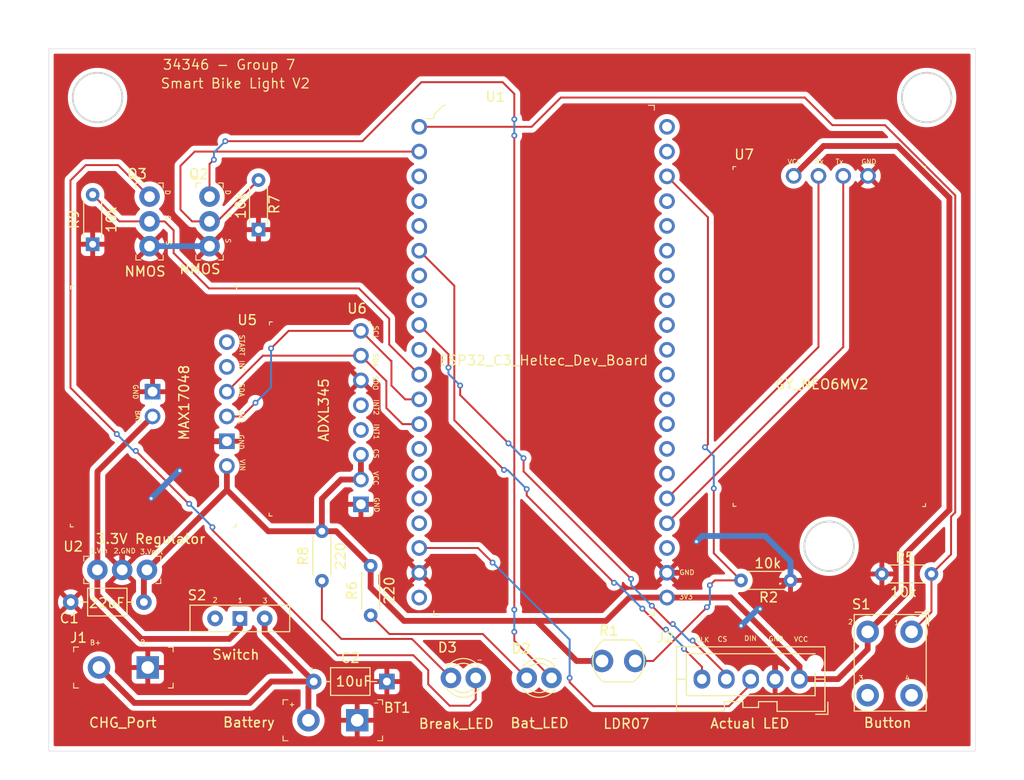
<source format=kicad_pcb>
(kicad_pcb (version 20241229) (generator "pcbnew") (generator_version "9.0")
  (layers (0 "F.Cu" signal) (2 "B.Cu" signal) (13 "F.Paste" user) (15 "B.Paste" user) (5 "F.SilkS" user "F.Silkscreen") (7 "B.SilkS" user "B.Silkscreen") (1 "F.Mask" user) (3 "B.Mask" user) (25 "Edge.Cuts" user))
  (net 0 "")
  (net 1 "GND")
  (net 2 "Net-(BT1-+)")
  (net 3 "Net-(D3-A)")
  (net 4 "Net-(D2-A)")
  (net 5 "-3V3")
  (net 6 "Net-(D3-K)")
  (net 7 "/GPIO_19")
  (net 8 "/GPIO_8")
  (net 11 "/GPIO_18")
  (net 12 "/GPIO_7")
  (net 13 "Net-(D2-K)")
  (net 14 "/GPIO_9")
  (net 15 "/GPIO_3")
  (net 16 "/GPIO_6")
  (net 18 "-BATT")
  (net 19 "/U1_RX")
  (net 28 "/U1_TX")
  (net 33 "/I2C_SCL")
  (net 41 "/I2C_SDA")
  (footprint "Resistor_THT:R_Axial_DIN0204_L3.6mm_D1.6mm_P5.08mm_Horizontal" (layer "F.Cu") (at 125.96 124.5)
    (property "Reference" "R2" (at 2.835 1.745 0) (layer "F.SilkS"))
    (property "Value" "10k" (at 2.76 -1.755 0) (layer "F.SilkS"))
    (pad "1" thru_hole circle (at 0 0) (size 1.4 1.4) (drill 0.7) (layers "*.Cu" "*.Mask") (net 15 "/GPIO_3"))
    (pad "2" thru_hole oval (at 5.08 0) (size 1.4 1.4) (drill 0.7) (layers "*.Cu" "*.Mask") (net 1 "GND"))
  )
  (footprint "ESP32_C3_Heltec_Dev_Custom:DIP-40_W25.4mm" (layer "F.Cu") (at 92.98 78)
    (property "Reference" "U1" (at 7.8 -3.09 0) (layer "F.SilkS"))
    (property "Value" "ESP32_C3_Heltec_Dev_Board" (at 12.745 23.95 0) (layer "F.SilkS") (effects (font (thickness 0.125))))
    (pad "1" thru_hole circle (at 0 0) (size 1.6 1.6) (drill 1) (layers "*.Cu" "*.Mask") (net 16 "/GPIO_6"))
    (pad "2" thru_hole circle (at 0 2.54) (size 1.6 1.6) (drill 1) (layers "*.Cu" "*.Mask") (net 12 "/GPIO_7"))
    (pad "3" thru_hole circle (at 0 5.08) (size 1.6 1.6) (drill 1) (layers "*.Cu" "*.Mask"))
    (pad "4" thru_hole circle (at 0 7.62) (size 1.6 1.6) (drill 1) (layers "*.Cu" "*.Mask"))
    (pad "5" thru_hole circle (at 0 10.16) (size 1.6 1.6) (drill 1) (layers "*.Cu" "*.Mask"))
    (pad "6" thru_hole circle (at 0 12.7) (size 1.6 1.6) (drill 1) (layers "*.Cu" "*.Mask") (net 7 "/GPIO_19"))
    (pad "7" thru_hole circle (at 0 15.24) (size 1.6 1.6) (drill 1) (layers "*.Cu" "*.Mask"))
    (pad "8" thru_hole circle (at 0 17.78) (size 1.6 1.6) (drill 1) (layers "*.Cu" "*.Mask"))
    (pad "9" thru_hole circle (at 0 20.32) (size 1.6 1.6) (drill 1) (layers "*.Cu" "*.Mask") (net 11 "/GPIO_18"))
    (pad "10" thru_hole circle (at 0 22.86) (size 1.6 1.6) (drill 1) (layers "*.Cu" "*.Mask"))
    (pad "11" thru_hole circle (at 0 25.4) (size 1.6 1.6) (drill 1) (layers "*.Cu" "*.Mask") (net 14 "/GPIO_9"))
    (pad "12" thru_hole circle (at 0 27.94) (size 1.6 1.6) (drill 1) (layers "*.Cu" "*.Mask") (net 33 "/I2C_SCL"))
    (pad "13" thru_hole circle (at 0 30.48) (size 1.6 1.6) (drill 1) (layers "*.Cu" "*.Mask") (net 41 "/I2C_SDA"))
    (pad "14" thru_hole circle (at 0 33.02) (size 1.6 1.6) (drill 1) (layers "*.Cu" "*.Mask"))
    (pad "15" thru_hole circle (at 0 35.56) (size 1.6 1.6) (drill 1) (layers "*.Cu" "*.Mask"))
    (pad "16" thru_hole circle (at 0 38.1) (size 1.6 1.6) (drill 1) (layers "*.Cu" "*.Mask"))
    (pad "17" thru_hole circle (at 0 40.64) (size 1.6 1.6) (drill 1) (layers "*.Cu" "*.Mask"))
    (pad "18" thru_hole circle (at 0 43.18) (size 1.6 1.6) (drill 1) (layers "*.Cu" "*.Mask") (net 8 "/GPIO_8"))
    (pad "19" thru_hole circle (at 0 45.72) (size 1.6 1.6) (drill 1) (layers "*.Cu" "*.Mask") (net 1 "GND"))
    (pad "20" thru_hole circle (at 0 48.26) (size 1.6 1.6) (drill 1) (layers "*.Cu" "*.Mask"))
    (pad "21" thru_hole circle (at 25.4 48.26) (size 1.6 1.6) (drill 1) (layers "*.Cu" "*.Mask") (net 5 "-3V3"))
    (pad "22" thru_hole circle (at 25.4 45.72) (size 1.6 1.6) (drill 1) (layers "*.Cu" "*.Mask") (net 1 "GND"))
    (pad "23" thru_hole circle (at 25.4 43.18) (size 1.6 1.6) (drill 1) (layers "*.Cu" "*.Mask"))
    (pad "24" thru_hole circle (at 25.4 40.64) (size 1.6 1.6) (drill 1) (layers "*.Cu" "*.Mask") (net 19 "/U1_RX"))
    (pad "25" thru_hole circle (at 25.4 38.1) (size 1.6 1.6) (drill 1) (layers "*.Cu" "*.Mask") (net 28 "/U1_TX"))
    (pad "26" thru_hole circle (at 25.4 35.56) (size 1.6 1.6) (drill 1) (layers "*.Cu" "*.Mask"))
    (pad "27" thru_hole circle (at 25.4 33.02) (size 1.6 1.6) (drill 1) (layers "*.Cu" "*.Mask"))
    (pad "28" thru_hole circle (at 25.4 30.48) (size 1.6 1.6) (drill 1) (layers "*.Cu" "*.Mask"))
    (pad "29" thru_hole circle (at 25.4 27.94) (size 1.6 1.6) (drill 1) (layers "*.Cu" "*.Mask"))
    (pad "30" thru_hole circle (at 25.4 25.4) (size 1.6 1.6) (drill 1) (layers "*.Cu" "*.Mask"))
    (pad "31" thru_hole circle (at 25.4 22.86) (size 1.6 1.6) (drill 1) (layers "*.Cu" "*.Mask"))
    (pad "32" thru_hole circle (at 25.4 20.32) (size 1.6 1.6) (drill 1) (layers "*.Cu" "*.Mask"))
    (pad "33" thru_hole circle (at 25.4 17.78) (size 1.6 1.6) (drill 1) (layers "*.Cu" "*.Mask"))
    (pad "34" thru_hole circle (at 25.4 15.24) (size 1.6 1.6) (drill 1) (layers "*.Cu" "*.Mask"))
    (pad "35" thru_hole circle (at 25.4 12.7) (size 1.6 1.6) (drill 1) (layers "*.Cu" "*.Mask"))
    (pad "36" thru_hole circle (at 25.4 10.16) (size 1.6 1.6) (drill 1) (layers "*.Cu" "*.Mask"))
    (pad "37" thru_hole circle (at 25.4 7.62) (size 1.6 1.6) (drill 1) (layers "*.Cu" "*.Mask"))
    (pad "38" thru_hole circle (at 25.4 5.08) (size 1.6 1.6) (drill 1) (layers "*.Cu" "*.Mask") (net 15 "/GPIO_3"))
    (pad "39" thru_hole circle (at 25.4 2.54) (size 1.6 1.6) (drill 1) (layers "*.Cu" "*.Mask"))
    (pad "40" thru_hole circle (at 25.4 0) (size 1.6 1.6) (drill 1) (layers "*.Cu" "*.Mask"))
  )
  (footprint "DigiKey:PinHeader_1x3_P2.54_Drill1.1mm" (layer "F.Cu") (at 59.985 123.425)
    (property "Reference" "U2" (at -2.485 -2.395 0) (layer "F.SilkS"))
    (property "Value" "3.3V Regulator" (at 5.455 -3.175 0) (layer "F.SilkS"))
    (pad "1" thru_hole circle (at 0 0) (size 2.1 2.1) (drill 1.1) (layers "*.Cu" "*.Mask") (net 18 "-BATT"))
    (pad "2" thru_hole circle (at 2.54 0) (size 2.1 2.1) (drill 1.1) (layers "*.Cu" "*.Mask") (net 1 "GND"))
    (pad "3" thru_hole circle (at 5.08 0) (size 2.1 2.1) (drill 1.1) (layers "*.Cu" "*.Mask") (net 5 "-3V3"))
  )
  (footprint "Capacitor_THT:C_Axial_L3.8mm_D2.6mm_P7.50mm_Horizontal" (layer "F.Cu") (at 64.75 126.725 180)
    (property "Reference" "C1" (at 7.65 -1.65 0) (layer "F.SilkS"))
    (property "Value" "22uF" (at 3.8 -0.1 0) (layer "F.SilkS"))
    (pad "1" thru_hole circle (at 0 0 180) (size 1.6 1.6) (drill 0.8) (layers "*.Cu" "*.Mask") (net 5 "-3V3"))
    (pad "2" thru_hole circle (at 7.5 0 180) (size 1.6 1.6) (drill 0.8) (layers "*.Cu" "*.Mask") (net 1 "GND"))
  )
  (footprint "DigiKey:Terminal_Block_D1.3mm_P5mm" (layer "F.Cu") (at 65.15 133.43 180)
    (property "Reference" "J1" (at 7.1 3.055 0) (layer "F.SilkS"))
    (property "Value" "CHG_Port" (at 2.56 -5.66 0) (layer "F.SilkS"))
    (pad "1" thru_hole circle (at 5 0 180) (size 2.3 2.3) (drill 1.3) (layers "*.Cu" "*.Mask") (net 2 "Net-(BT1-+)"))
    (pad "2" thru_hole rect (at 0 0 180) (size 2.3 2.3) (drill 1.3) (layers "*.Cu" "*.Mask") (net 1 "GND"))
  )
  (footprint "Resistor_THT:R_Axial_DIN0204_L3.6mm_D1.6mm_P5.08mm_Horizontal" (layer "F.Cu") (at 83 124.54 90)
    (property "Reference" "R8" (at 2.54 -1.92 90) (layer "F.SilkS"))
    (property "Value" "220" (at 2.54 1.92 90) (layer "F.SilkS"))
    (pad "1" thru_hole circle (at 0 0 90) (size 1.4 1.4) (drill 0.7) (layers "*.Cu" "*.Mask") (net 3 "Net-(D3-A)"))
    (pad "2" thru_hole oval (at 5.08 0 90) (size 1.4 1.4) (drill 0.7) (layers "*.Cu" "*.Mask") (net 5 "-3V3"))
  )
  (footprint "DigiKey:DIP-8_W7.62mm" (layer "F.Cu") (at 138.9875 83.03 -90)
    (property "Reference" "U7" (at -2.19 12.7 180) (layer "F.SilkS"))
    (property "Value" "GY_NEO6MV2" (at 21.37 4.7275 180) (layer "F.SilkS"))
    (pad "1" thru_hole circle (at 0 7.62 270) (size 1.6 1.6) (drill 1) (layers "*.Cu" "*.Mask") (net 5 "-3V3"))
    (pad "2" thru_hole circle (at 0 5.08 270) (size 1.6 1.6) (drill 1) (layers "*.Cu" "*.Mask") (net 28 "/U1_TX"))
    (pad "3" thru_hole circle (at 0 2.54 270) (size 1.6 1.6) (drill 1) (layers "*.Cu" "*.Mask") (net 19 "/U1_RX"))
    (pad "4" thru_hole circle (at 0 0 270) (size 1.6 1.6) (drill 1) (layers "*.Cu" "*.Mask") (net 1 "GND"))
  )
  (footprint "Resistor_THT:R_Axial_DIN0204_L3.6mm_D1.6mm_P5.08mm_Horizontal" (layer "F.Cu") (at 88 128.08 90)
    (property "Reference" "R6" (at 2.54 -1.92 90) (layer "F.SilkS"))
    (property "Value" "220" (at 2.54 1.92 90) (layer "F.SilkS"))
    (pad "1" thru_hole circle (at 0 0 90) (size 1.4 1.4) (drill 0.7) (layers "*.Cu" "*.Mask") (net 4 "Net-(D2-A)"))
    (pad "2" thru_hole oval (at 5.08 0 90) (size 1.4 1.4) (drill 0.7) (layers "*.Cu" "*.Mask") (net 5 "-3V3"))
  )
  (footprint "Connector_JST:JST_XA_B05B-XASK-1-A_1x05_P2.50mm_Vertical" (layer "F.Cu") (at 131.96 134.62 180)
    (property "Reference" "J2" (at 13.73 4.28 0) (layer "F.SilkS"))
    (property "Value" "Actual LED" (at 5.09 -4.55 0) (layer "F.SilkS"))
    (pad "" np_thru_hole circle (at -1.6 1.6 180) (size 1.25 1.25) (drill 1.25) (layers "*.Cu" "*.Mask"))
    (pad "1" thru_hole oval (at 0 0 180) (size 1.7 1.95) (drill 1.1) (layers "*.Cu" "*.Mask") (net 5 "-3V3"))
    (pad "2" thru_hole oval (at 2.5 0 180) (size 1.7 1.95) (drill 1.1) (layers "*.Cu" "*.Mask") (net 1 "GND"))
    (pad "3" thru_hole oval (at 5 0 180) (size 1.7 1.95) (drill 1.1) (layers "*.Cu" "*.Mask") (net 8 "/GPIO_8"))
    (pad "4" thru_hole oval (at 7.5 0 180) (size 1.7 1.95) (drill 1.1) (layers "*.Cu" "*.Mask") (net 11 "/GPIO_18"))
    (pad "5" thru_hole oval (at 10 0 180) (size 1.7 1.95) (drill 1) (layers "*.Cu" "*.Mask") (net 7 "/GPIO_19"))
  )
  (footprint "Resistor_THT:R_Axial_DIN0204_L3.6mm_D1.6mm_P5.08mm_Horizontal" (layer "F.Cu") (at 59.5 90.04 90)
    (property "Reference" "R9" (at 2.54 -1.92 90) (layer "F.SilkS"))
    (property "Value" "10k" (at 2.54 1.92 90) (layer "F.SilkS"))
    (pad "1" thru_hole rect (at 0 0 90) (size 1.4 1.4) (drill 0.7) (layers "*.Cu" "*.Mask") (net 1 "GND"))
    (pad "2" thru_hole oval (at 5.08 0 90) (size 1.4 1.4) (drill 0.7) (layers "*.Cu" "*.Mask") (net 14 "/GPIO_9"))
  )
  (footprint "DigiKey:PinHeader_1x3_P2.54_Drill1.1mm" (layer "F.Cu") (at 65.33 85.155 -90)
    (property "Reference" "Q3" (at -2.325 1.275 0) (layer "F.SilkS"))
    (property "Value" "NMOS" (at 7.675 0.46 180) (layer "F.SilkS"))
    (pad "1" thru_hole circle (at 0 0 270) (size 2.1 2.1) (drill 1.1) (layers "*.Cu" "*.Mask") (net 6 "Net-(D3-K)"))
    (pad "2" thru_hole circle (at 2.54 0 270) (size 2.1 2.1) (drill 1.1) (layers "*.Cu" "*.Mask") (net 14 "/GPIO_9"))
    (pad "3" thru_hole circle (at 5.08 0 270) (size 2.1 2.1) (drill 1.1) (layers "*.Cu" "*.Mask") (net 1 "GND"))
  )
  (footprint "DigiKey:DIP-8_W7.62mm" (layer "F.Cu") (at 73.26 110.235 180)
    (property "Reference" "U5" (at -2.08 12.425 0) (layer "F.SilkS"))
    (property "Value" "MAX17048" (at 4.385 3.96 270) (layer "F.SilkS"))
    (pad "1" thru_hole circle (at 0 -2.54 180) (size 1.6 1.6) (drill 1) (layers "*.Cu" "*.Mask") (net 5 "-3V3"))
    (pad "2" thru_hole rect (at 0 0 180) (size 1.6 1.6) (drill 1) (layers "*.Cu" "*.Mask") (net 1 "GND"))
    (pad "3" thru_hole circle (at 0 2.54 180) (size 1.6 1.6) (drill 1) (layers "*.Cu" "*.Mask") (net 33 "/I2C_SCL"))
    (pad "4" thru_hole circle (at 0 5.08 180) (size 1.6 1.6) (drill 1) (layers "*.Cu" "*.Mask") (net 41 "/I2C_SDA"))
    (pad "5" thru_hole circle (at 0 7.62 180) (size 1.6 1.6) (drill 1) (layers "*.Cu" "*.Mask"))
    (pad "6" thru_hole circle (at 0 10.16 180) (size 1.6 1.6) (drill 1) (layers "*.Cu" "*.Mask"))
    (pad "7" thru_hole circle (at 7.62 2.54 180) (size 1.6 1.6) (drill 1) (layers "*.Cu" "*.Mask") (net 18 "-BATT"))
    (pad "8" thru_hole rect (at 7.62 5.08 180) (size 1.6 1.6) (drill 1) (layers "*.Cu" "*.Mask") (net 1 "GND"))
  )
  (footprint "Resistor_THT:R_Axial_DIN0204_L3.6mm_D1.6mm_P5.08mm_Horizontal" (layer "F.Cu") (at 76.5 88.54 90)
    (property "Reference" "R7" (at 2.58 1.625 90) (layer "F.SilkS"))
    (property "Value" "10k" (at 2.455 -1.825 90) (layer "F.SilkS"))
    (pad "1" thru_hole rect (at 0 0 90) (size 1.4 1.4) (drill 0.7) (layers "*.Cu" "*.Mask") (net 1 "GND"))
    (pad "2" thru_hole oval (at 5.08 0 90) (size 1.4 1.4) (drill 0.7) (layers "*.Cu" "*.Mask") (net 12 "/GPIO_7"))
  )
  (footprint "OptoDevice:R_LDR_5.1x4.3mm_P3.4mm_Vertical" (layer "F.Cu") (at 111.72 132.76)
    (property "Reference" "R1" (at 0.68 -3.11 0) (layer "F.SilkS"))
    (property "Value" "LDR07" (at 2.5 6.44 0) (layer "F.SilkS"))
    (pad "1" thru_hole circle (at 0 0) (size 2.3 2.3) (drill 1.3) (layers "*.Cu" "*.Mask") (net 5 "-3V3"))
    (pad "2" thru_hole circle (at 3.4 0) (size 2.3 2.3) (drill 1.3) (layers "*.Cu" "*.Mask") (net 15 "/GPIO_3"))
  )
  (footprint "Resistor_THT:R_Axial_DIN0204_L3.6mm_D1.6mm_P5.08mm_Horizontal" (layer "F.Cu") (at 145.49 123.84 180)
    (property "Reference" "R5" (at 2.725 1.69 0) (layer "F.SilkS"))
    (property "Value" "10k" (at 2.85 -1.86 0) (layer "F.SilkS"))
    (pad "1" thru_hole circle (at 0 0 180) (size 1.4 1.4) (drill 0.7) (layers "*.Cu" "*.Mask") (net 16 "/GPIO_6"))
    (pad "2" thru_hole oval (at 5.08 0 180) (size 1.4 1.4) (drill 0.7) (layers "*.Cu" "*.Mask") (net 1 "GND"))
  )
  (footprint "LED_THT:LED_D3.0mm_Clear" (layer "F.Cu") (at 98.77 134.5 180)
    (property "Reference" "D3" (at 2.905 3.12 0) (layer "F.SilkS"))
    (property "Value" "Break_LED" (at 1.99 -4.7 0) (layer "F.SilkS"))
    (pad "1" thru_hole circle (at 0 0 180) (size 2.1 2.1) (drill 1.1) (layers "*.Cu" "*.Mask") (net 6 "Net-(D3-K)"))
    (pad "2" thru_hole circle (at 2.54 0 180) (size 2.1 2.1) (drill 1.1) (layers "*.Cu" "*.Mask") (net 3 "Net-(D3-A)"))
  )
  (footprint "DigiKey:Terminal_Block_D1.3mm_P5mm" (layer "F.Cu") (at 81.62 138.84)
    (property "Reference" "BT1" (at 9.1 -1.28 0) (layer "F.SilkS"))
    (property "Value" "Battery" (at -6.1 0.22 0) (layer "F.SilkS"))
    (pad "1" thru_hole circle (at 0 0) (size 2.3 2.3) (drill 1.3) (layers "*.Cu" "*.Mask") (net 2 "Net-(BT1-+)"))
    (pad "2" thru_hole rect (at 5 0) (size 2.3 2.3) (drill 1.3) (layers "*.Cu" "*.Mask") (net 1 "GND"))
  )
  (footprint "Button_Switch_THT:SW_DIP_SPSTx02_Slide_9.78x7.26mm_W7.62mm_P2.54mm" (layer "F.Cu") (at 142.5325 129.1375 -90)
    (property "Reference" "S1" (at -2.1825 4.2375 180) (layer "F.SilkS"))
    (property "Value" "Button" (at 9.9625 1.5325 180) (layer "F.SilkS"))
    (pad "1" thru_hole circle (at 0.637 -0.92 270) (size 2.3 2.3) (drill 1.3) (layers "*.Cu" "*.Mask") (net 16 "/GPIO_6"))
    (pad "2" thru_hole circle (at 0.637 3.58 270) (size 2.3 2.3) (drill 1.3) (layers "*.Cu" "*.Mask") (net 5 "-3V3"))
    (pad "3" thru_hole circle (at 7.137 3.58 270) (size 2.3 2.3) (drill 1.3) (layers "*.Cu" "*.Mask"))
    (pad "4" thru_hole circle (at 7.14 -0.92 270) (size 2.3 2.3) (drill 1.3) (layers "*.Cu" "*.Mask"))
  )
  (footprint "DigiKey:PinHeader_1x3_P2.54_Drill1.1mm" (layer "F.Cu") (at 71.48 85.155 -90)
    (property "Reference" "Q2" (at -2.3 1.1 0) (layer "F.SilkS"))
    (property "Value" "NMOS" (at 7.435 0.98 180) (layer "F.SilkS"))
    (pad "1" thru_hole circle (at 0 0 270) (size 2.1 2.1) (drill 1.1) (layers "*.Cu" "*.Mask") (net 13 "Net-(D2-K)"))
    (pad "2" thru_hole circle (at 2.54 0 270) (size 2.1 2.1) (drill 1.1) (layers "*.Cu" "*.Mask") (net 12 "/GPIO_7"))
    (pad "3" thru_hole circle (at 5.08 0 270) (size 2.1 2.1) (drill 1.1) (layers "*.Cu" "*.Mask") (net 1 "GND"))
  )
  (footprint "Button_Switch_THT:SW_Slide-03_Wuerth-WS-SLTV_10x2.5x6.4_P2.54mm" (layer "F.Cu") (at 74.59 128.4)
    (property "Reference" "S2" (at -4.39 -2.375 0) (layer "F.SilkS"))
    (property "Value" "Switch" (at -0.41 3.72 0) (layer "F.SilkS"))
    (pad "1" thru_hole rect (at 0 0) (size 1.5 1.5) (drill 0.8) (layers "*.Cu" "*.Mask") (net 18 "-BATT"))
    (pad "2" thru_hole circle (at -2.54 0) (size 1.6 1.6) (drill 0.8) (layers "*.Cu" "*.Mask"))
    (pad "3" thru_hole circle (at 2.54 0) (size 1.6 1.6) (drill 0.8) (layers "*.Cu" "*.Mask") (net 2 "Net-(BT1-+)"))
  )
  (footprint "LED_THT:LED_D3.0mm_Clear" (layer "F.Cu") (at 106.54 134.5 180)
    (property "Reference" "D2" (at 3.11 2.995 0) (layer "F.SilkS"))
    (property "Value" "Bat_LED" (at 1.22 -4.63 0) (layer "F.SilkS"))
    (pad "1" thru_hole circle (at 0 0 180) (size 2.1 2.1) (drill 1.1) (layers "*.Cu" "*.Mask") (net 13 "Net-(D2-K)"))
    (pad "2" thru_hole circle (at 2.54 0 180) (size 2.1 2.1) (drill 1.1) (layers "*.Cu" "*.Mask") (net 4 "Net-(D2-A)"))
  )
  (footprint "Capacitor_THT:C_Axial_L3.8mm_D2.6mm_P7.50mm_Horizontal" (layer "F.Cu") (at 82.16 134.87)
    (property "Reference" "C2" (at 3.75 -2.42 0) (layer "F.SilkS"))
    (property "Value" "10uF" (at 4.11 -0.01 0) (layer "F.SilkS"))
    (pad "1" thru_hole circle (at 0 0) (size 1.6 1.6) (drill 0.8) (layers "*.Cu" "*.Mask") (net 2 "Net-(BT1-+)"))
    (pad "2" thru_hole rect (at 7.5 0) (size 1.6 1.6) (drill 0.8) (layers "*.Cu" "*.Mask") (net 1 "GND"))
  )
  (footprint "DigiKey:DIP-8_W7.62mm" (layer "F.Cu") (at 87 116.7 180)
    (property "Reference" "U6" (at 0.4 20.065 0) (layer "F.SilkS"))
    (property "Value" "ADXL345" (at 3.81 9.665 270) (layer "F.SilkS"))
    (pad "1" thru_hole rect (at 0 0 180) (size 1.6 1.6) (drill 1) (layers "*.Cu" "*.Mask") (net 1 "GND"))
    (pad "2" thru_hole circle (at 0 2.54 180) (size 1.6 1.6) (drill 1) (layers "*.Cu" "*.Mask") (net 5 "-3V3"))
    (pad "3" thru_hole circle (at 0 5.08 180) (size 1.6 1.6) (drill 1) (layers "*.Cu" "*.Mask") (net 5 "-3V3"))
    (pad "4" thru_hole circle (at 0 7.62 180) (size 1.6 1.6) (drill 1) (layers "*.Cu" "*.Mask"))
    (pad "5" thru_hole circle (at 0 10.16 180) (size 1.6 1.6) (drill 1) (layers "*.Cu" "*.Mask"))
    (pad "6" thru_hole circle (at 0 12.7 180) (size 1.6 1.6) (drill 1) (layers "*.Cu" "*.Mask") (net 1 "GND"))
    (pad "7" thru_hole circle (at 0 15.24 180) (size 1.6 1.6) (drill 1) (layers "*.Cu" "*.Mask") (net 41 "/I2C_SDA"))
    (pad "8" thru_hole circle (at 0 17.78 180) (size 1.6 1.6) (drill 1) (layers "*.Cu" "*.Mask") (net 33 "/I2C_SCL"))
  )
  (gr_circle (center 145 75) (end 147.54 75) (stroke (width 0.2)) (fill no) (layer "Edge.Cuts"))
  (gr_line (start 55 70) (end 55 142) (stroke (width 0.05)) (layer "Edge.Cuts"))
  (gr_line (start 55 142) (end 150 142) (stroke (width 0.05)) (layer "Edge.Cuts"))
  (gr_circle (center 135 121) (end 137.54 121) (stroke (width 0.2)) (fill no) (layer "Edge.Cuts"))
  (gr_line (start 150 142) (end 150 70) (stroke (width 0.05)) (layer "Edge.Cuts"))
  (gr_line (start 55 70) (end 150 70) (stroke (width 0.05)) (layer "Edge.Cuts"))
  (gr_circle (center 60 75) (end 62.54 75) (stroke (width 0.2)) (fill no) (layer "Edge.Cuts"))
  (gr_text "SDO" (at 88.2 103.45 270) (layer "F.SilkS") (effects (font (size 0.5 0.5) (thickness 0.08)) (justify left bottom)))
  (gr_text "S" (at 73.08 89.4 270) (layer "F.SilkS") (effects (font (size 0.5 0.5) (thickness 0.08)) (justify left bottom)))
  (gr_text "Smart Bike Light V2" (at 66.4 74.14 0) (layer "F.SilkS") (effects (font (size 1 1) (thickness 0.125)) (justify left bottom)))
  (gr_text "+" (at 79.58 137.5 0) (layer "F.SilkS") (effects (font (size 0.5 0.5) (thickness 0.08)) (justify left bottom)))
  (gr_text "GND" (at 63.6 104.36 270) (layer "F.SilkS") (effects (font (size 0.5 0.5) (thickness 0.08)) (justify left bottom)))
  (gr_text "VIN" (at 74.56 112.03 270) (layer "F.SilkS") (effects (font (size 0.5 0.5) (thickness 0.08)) (justify left bottom)))
  (gr_text "3" (at 76.88 126.88 0) (layer "F.SilkS") (effects (font (size 0.5 0.5) (thickness 0.08)) (justify left bottom)))
  (gr_text "GND" (at 128.74 130.79 0) (layer "F.SilkS") (effects (font (size 0.5 0.5) (thickness 0.08)) (justify left bottom)))
  (gr_text "START" (at 74.51 99.26 270) (layer "F.SilkS") (effects (font (size 0.5 0.5) (thickness 0.08)) (justify left bottom)))
  (gr_text "INT2" (at 88.27 105.89 270) (layer "F.SilkS") (effects (font (size 0.5 0.5) (thickness 0.08)) (justify left bottom)))
  (gr_text "INT1" (at 88.29 108.4 270) (layer "F.SilkS") (effects (font (size 0.5 0.5) (thickness 0.08)) (justify left bottom)))
  (gr_text "SDA" (at 74.48 104.22 270) (layer "F.SilkS") (effects (font (size 0.5 0.5) (thickness 0.08)) (justify left bottom)))
  (gr_text "G" (at 73.11 86.77 270) (layer "F.SilkS") (effects (font (size 0.5 0.5) (thickness 0.08)) (justify left bottom)))
  (gr_text "GND" (at 74.44 109.5 270) (layer "F.SilkS") (effects (font (size 0.5 0.5) (thickness 0.08)) (justify left bottom)))
  (gr_text "BAT" (at 63.84 107.01 270) (layer "F.SilkS") (effects (font (size 0.5 0.5) (thickness 0.08)) (justify left bottom)))
  (gr_text "34346 - Group 7" (at 66.62 72.22 0) (layer "F.SilkS") (effects (font (size 1 1) (thickness 0.125)) (justify left bottom)))
  (gr_text "DIN" (at 126.25 130.74 0) (layer "F.SilkS") (effects (font (size 0.5 0.5) (thickness 0.08)) (justify left bottom)))
  (gr_text "2" (at 71.76 126.82 0) (layer "F.SilkS") (effects (font (size 0.5 0.5) (thickness 0.08)) (justify left bottom)))
  (gr_text "2.GND" (at 61.61 121.77 0) (layer "F.SilkS") (effects (font (size 0.5 0.5) (thickness 0.08)) (justify left bottom)))
  (gr_text "VCC" (at 130.7 81.89 0) (layer "F.SilkS") (effects (font (size 0.5 0.5) (thickness 0.08)) (justify left bottom)))
  (gr_text "GND" (at 119.61 123.98 0) (layer "F.SilkS") (effects (font (size 0.5 0.5) (thickness 0.08)) (justify left bottom)))
  (gr_text "VCC" (at 88.23 113.26 270) (layer "F.SilkS") (effects (font (size 0.5 0.5) (thickness 0.08)) (justify left bottom)))
  (gr_text "S" (at 66.98 89.61 270) (layer "F.SilkS") (effects (font (size 0.5 0.5) (thickness 0.08)) (justify left bottom)))
  (gr_text "CLK" (at 121.25 130.89 0) (layer "F.SilkS") (effects (font (size 0.5 0.5) (thickness 0.08)) (justify left bottom)))
  (gr_text "+" (at 81.62 133.88 0) (layer "F.SilkS") (effects (font (size 0.5 0.5) (thickness 0.08)) (justify left bottom)))
  (gr_text "3" (at 137.97 134.82 0) (layer "F.SilkS") (effects (font (size 0.5 0.5) (thickness 0.08)) (justify left bottom)))
  (gr_text "G" (at 66.94 87.01 270) (layer "F.SilkS") (effects (font (size 0.5 0.5) (thickness 0.08)) (justify left bottom)))
  (gr_text "B+" (at 59.18 131.17 0) (layer "F.SilkS") (effects (font (size 0.5 0.5) (thickness 0.08)) (justify left bottom)))
  (gr_text "Tx" (at 135.61 81.86 0) (layer "F.SilkS") (effects (font (size 0.5 0.5) (thickness 0.08)) (justify left bottom)))
  (gr_text "3V3" (at 119.58 126.47 0) (layer "F.SilkS") (effects (font (size 0.5 0.5) (thickness 0.08)) (justify left bottom)))
  (gr_text "B-" (at 64.35 131.14 0) (layer "F.SilkS") (effects (font (size 0.5 0.5) (thickness 0.08)) (justify left bottom)))
  (gr_text "VCC" (at 131.35 130.83 0) (layer "F.SilkS") (effects (font (size 0.5 0.5) (thickness 0.08)) (justify left bottom)))
  (gr_text "-" (at 98.81 132.93 0) (layer "F.SilkS") (effects (font (size 0.5 0.5) (thickness 0.08)) (justify left bottom)))
  (gr_text "1" (at 74.34 126.84 0) (layer "F.SilkS") (effects (font (size 0.5 0.5) (thickness 0.08)) (justify left bottom)))
  (gr_text "3.Vout" (at 64.32 121.85 0) (layer "F.SilkS") (effects (font (size 0.5 0.5) (thickness 0.08)) (justify left bottom)))
  (gr_text "-" (at 90.02 133.88 0) (layer "F.SilkS") (effects (font (size 0.5 0.5) (thickness 0.08)) (justify left bottom)))
  (gr_text "-" (at 88.19 137.33 0) (layer "F.SilkS") (effects (font (size 0.5 0.5) (thickness 0.08)) (justify left bottom)))
  (gr_text "1.Vin" (at 59.16 121.75 0) (layer "F.SilkS") (effects (font (size 0.5 0.5) (thickness 0.08)) (justify left bottom)))
  (gr_text "D" (at 66.89 84.42 270) (layer "F.SilkS") (effects (font (size 0.5 0.5) (thickness 0.08)) (justify left bottom)))
  (gr_text "SDA" (at 88.2 101.15 270) (layer "F.SilkS") (effects (font (size 0.5 0.5) (thickness 0.08)) (justify left bottom)))
  (gr_text "SCL" (at 88.22 98.33 270) (layer "F.SilkS") (effects (font (size 0.5 0.5) (thickness 0.08)) (justify left bottom)))
  (gr_text "D" (at 73.07 84.42 270) (layer "F.SilkS") (effects (font (size 0.5 0.5) (thickness 0.08)) (justify left bottom)))
  (gr_text "1" (at 141.63 129.1405 0) (layer "F.SilkS") (effects (font (size 0.5 0.5) (thickness 0.08)) (justify left bottom)))
  (gr_text "2" (at 136.9 129.05 0) (layer "F.SilkS") (effects (font (size 0.5 0.5) (thickness 0.08)) (justify left bottom)))
  (gr_text "4" (at 142.74 134.82 0) (layer "F.SilkS") (effects (font (size 0.5 0.5) (thickness 0.08)) (justify left bottom)))
  (gr_text "Rx" (at 133.47 81.84 0) (layer "F.SilkS") (effects (font (size 0.5 0.5) (thickness 0.08)) (justify left bottom)))
  (gr_text "GND" (at 88.32 115.94 270) (layer "F.SilkS") (effects (font (size 0.5 0.5) (thickness 0.08)) (justify left bottom)))
  (gr_text "SCL" (at 74.43 107.03 270) (layer "F.SilkS") (effects (font (size 0.5 0.5) (thickness 0.08)) (justify left bottom)))
  (gr_text "CS" (at 123.52 130.82 0) (layer "F.SilkS") (effects (font (size 0.5 0.5) (thickness 0.08)) (justify left bottom)))
  (gr_text "CS" (at 88.25 110.96 270) (layer "F.SilkS") (effects (font (size 0.5 0.5) (thickness 0.08)) (justify left bottom)))
  (gr_text "INT" (at 74.49 101.89 270) (layer "F.SilkS") (effects (font (size 0.5 0.5) (thickness 0.08)) (justify left bottom)))
  (gr_text "-" (at 106.5 132.77 0) (layer "F.SilkS") (effects (font (size 0.5 0.5) (thickness 0.08)) (justify left bottom)))
  (gr_text "GND" (at 138.26 81.88 0) (layer "F.SilkS") (effects (font (size 0.5 0.5) (thickness 0.08)) (justify left bottom)))
  (segment (start 65.5 116.1) (end 62.525 119.075) (width 0.6) (layer "F.Cu") (net 1))
  (segment (start 120.33 123.72) (end 118.38 123.72) (width 0.6) (layer "F.Cu") (net 1))
  (segment (start 131.04 124.5) (end 130.85 124.5) (width 0.6) (layer "F.Cu") (net 1))
  (segment (start 121.4 122.65) (end 120.33 123.72) (width 0.6) (layer "F.Cu") (net 1))
  (segment (start 62.525 119.075) (end 62.525 123.425) (width 0.6) (layer "F.Cu") (net 1))
  (segment (start 121.4 120.525) (end 121.4 122.65) (width 0.6) (layer "F.Cu") (net 1))
  (segment (start 125.975 129.15) (end 129.46 132.635) (width 0.6) (layer "F.Cu") (net 1))
  (segment (start 129.46 132.635) (end 129.46 134.62) (width 0.6) (layer "F.Cu") (net 1))
  (segment (start 73.26 110.235) (end 71.44 110.235) (width 0.6) (layer "F.Cu") (net 1))
  (segment (start 130.85 124.5) (end 127.925 127.425) (width 0.6) (layer "F.Cu") (net 1))
  (segment (start 71.44 110.235) (end 68.425 113.25) (width 0.6) (layer "F.Cu") (net 1))
  (segment (start 65.33 104.845) (end 65.64 105.155) (width 0.6) (layer "F.Cu") (net 1))
  (via (at 68.425 113.25) (size 0.6) (drill 0.3) (layers "F.Cu" "B.Cu") (net 1))
  (via (at 125.975 129.15) (size 0.6) (drill 0.3) (layers "F.Cu" "B.Cu") (net 1))
  (via (at 65.5 116.1) (size 0.6) (drill 0.3) (layers "F.Cu" "B.Cu") (net 1))
  (via (at 121.4 120.525) (size 0.6) (drill 0.3) (layers "F.Cu" "B.Cu") (net 1))
  (via (at 127.925 127.425) (size 0.6) (drill 0.3) (layers "F.Cu" "B.Cu") (net 1))
  (segment (start 68.425 113.25) (end 68.35 113.25) (width 0.6) (layer "B.Cu") (net 1))
  (segment (start 127.925 127.425) (end 127.7 127.425) (width 0.6) (layer "B.Cu") (net 1))
  (segment (start 121.975 119.95) (end 121.4 120.525) (width 0.6) (layer "B.Cu") (net 1))
  (segment (start 71.48 90.235) (end 65.33 90.235) (width 0.6) (layer "B.Cu") (net 1))
  (segment (start 128.45 119.95) (end 124.475 119.95) (width 0.6) (layer "B.Cu") (net 1))
  (segment (start 124.475 119.95) (end 121.975 119.95) (width 0.6) (layer "B.Cu") (net 1))
  (segment (start 127.7 127.425) (end 125.975 129.15) (width 0.6) (layer "B.Cu") (net 1))
  (segment (start 65.34 90.225) (end 65.33 90.235) (width 0.6) (layer "B.Cu") (net 1))
  (segment (start 131.04 124.5) (end 131.04 122.54) (width 0.6) (layer "B.Cu") (net 1))
  (segment (start 131.04 122.54) (end 128.45 119.95) (width 0.6) (layer "B.Cu") (net 1))
  (segment (start 68.35 113.25) (end 65.5 116.1) (width 0.6) (layer "B.Cu") (net 1))
  (segment (start 60.15 133.43) (end 63.78 137.06) (width 0.6) (layer "F.Cu") (net 2))
  (segment (start 63.78 137.06) (end 75.62 137.06) (width 0.6) (layer "F.Cu") (net 2))
  (segment (start 77.81 134.87) (end 82.16 134.87) (width 0.6) (layer "F.Cu") (net 2))
  (segment (start 77.13 129.84) (end 82.16 134.87) (width 0.6) (layer "F.Cu") (net 2))
  (segment (start 77.13 128.4) (end 77.13 129.84) (width 0.6) (layer "F.Cu") (net 2))
  (segment (start 81.62 138.84) (end 81.62 135.41) (width 0.6) (layer "F.Cu") (net 2))
  (segment (start 75.62 137.06) (end 77.81 134.87) (width 0.6) (layer "F.Cu") (net 2))
  (segment (start 81.62 135.41) (end 82.16 134.87) (width 0.6) (layer "F.Cu") (net 2))
  (segment (start 83 128.5) (end 83 124.54) (width 0.2) (layer "F.Cu") (net 3))
  (segment (start 96.23 134.5) (end 92.23 130.5) (width 0.2) (layer "F.Cu") (net 3))
  (segment (start 92.23 130.5) (end 85 130.5) (width 0.2) (layer "F.Cu") (net 3))
  (segment (start 85 130.5) (end 83 128.5) (width 0.2) (layer "F.Cu") (net 3))
  (segment (start 89.92 130) (end 88 128.08) (width 0.2) (layer "F.Cu") (net 4))
  (segment (start 99.5 130) (end 89.92 130) (width 0.2) (layer "F.Cu") (net 4))
  (segment (start 104 134.5) (end 99.5 130) (width 0.2) (layer "F.Cu") (net 4))
  (segment (start 131.96 133.295) (end 131.96 134.62) (width 0.6) (layer "F.Cu") (net 5))
  (segment (start 83 119.46) (end 77.49 119.46) (width 0.6) (layer "F.Cu") (net 5))
  (segment (start 138.9525 131.5675) (end 135.9 134.62) (width 0.6) (layer "F.Cu") (net 5))
  (segment (start 88 125.24) (end 91.41 128.65) (width 0.6) (layer "F.Cu") (net 5))
  (segment (start 88 123) (end 84.46 119.46) (width 0.6) (layer "F.Cu") (net 5))
  (segment (start 73.26 115.23) (end 65.065 123.425) (width 0.6) (layer "F.Cu") (net 5))
  (segment (start 83 116.13) (end 83 119.46) (width 0.6) (layer "F.Cu") (net 5))
  (segment (start 73.26 112.775) (end 73.26 115.23) (width 0.6) (layer "F.Cu") (net 5))
  (segment (start 87 114.16) (end 84.97 114.16) (width 0.6) (layer "F.Cu") (net 5))
  (segment (start 135.9 134.62) (end 131.96 134.62) (width 0.6) (layer "F.Cu") (net 5))
  (segment (start 91.41 128.65) (end 105 128.65) (width 0.6) (layer "F.Cu") (net 5))
  (segment (start 112.13 128.65) (end 105 128.65) (width 0.6) (layer "F.Cu") (net 5))
  (segment (start 147.33 117.28) (end 142.93 121.68) (width 0.6) (layer "F.Cu") (net 5))
  (segment (start 77.49 119.46) (end 73.26 115.23) (width 0.6) (layer "F.Cu") (net 5))
  (segment (start 147.33 85.28) (end 147.33 117.28) (width 0.6) (layer "F.Cu") (net 5))
  (segment (start 109.11 132.76) (end 105 128.65) (width 0.6) (layer "F.Cu") (net 5))
  (segment (start 131.3675 83.03) (end 134.4275 79.97) (width 0.6) (layer "F.Cu") (net 5))
  (segment (start 64.75 123.74) (end 65.065 123.425) (width 0.6) (layer "F.Cu") (net 5))
  (segment (start 84.97 114.16) (end 83 116.13) (width 0.6) (layer "F.Cu") (net 5))
  (segment (start 138.9525 129.7745) (end 138.9525 131.5675) (width 0.6) (layer "F.Cu") (net 5))
  (segment (start 142.02 79.97) (end 147.33 85.28) (width 0.6) (layer "F.Cu") (net 5))
  (segment (start 118.38 126.26) (end 114.52 126.26) (width 0.6) (layer "F.Cu") (net 5))
  (segment (start 142.93 121.68) (end 142.93 125.797) (width 0.6) (layer "F.Cu") (net 5))
  (segment (start 111.72 132.76) (end 109.11 132.76) (width 0.6) (layer "F.Cu") (net 5))
  (segment (start 134.4275 79.97) (end 142.02 79.97) (width 0.6) (layer "F.Cu") (net 5))
  (segment (start 124.925 126.26) (end 131.96 133.295) (width 0.6) (layer "F.Cu") (net 5))
  (segment (start 114.52 126.26) (end 112.13 128.65) (width 0.6) (layer "F.Cu") (net 5))
  (segment (start 87 114.16) (end 87 111.62) (width 0.6) (layer "F.Cu") (net 5))
  (segment (start 88 123) (end 88 125.24) (width 0.6) (layer "F.Cu") (net 5))
  (segment (start 64.75 126.725) (end 64.75 123.74) (width 0.6) (layer "F.Cu") (net 5))
  (segment (start 84.46 119.46) (end 83 119.46) (width 0.6) (layer "F.Cu") (net 5))
  (segment (start 118.38 126.26) (end 124.925 126.26) (width 0.6) (layer "F.Cu") (net 5))
  (segment (start 142.93 125.797) (end 138.9525 129.7745) (width 0.6) (layer "F.Cu") (net 5))
  (segment (start 57.225 83.5) (end 57.225 86.85) (width 0.2) (layer "F.Cu") (net 6))
  (segment (start 58.8 81.925) (end 57.225 83.5) (width 0.2) (layer "F.Cu") (net 6))
  (segment (start 93.9 133.7) (end 92.375 132.175) (width 0.2) (layer "F.Cu") (net 6))
  (segment (start 63.925 111.225) (end 69.35 116.65) (width 0.2) (layer "F.Cu") (net 6))
  (segment (start 98.77 134.5) (end 98.77 136.72) (width 0.2) (layer "F.Cu") (net 6))
  (segment (start 62.1 81.925) (end 58.8 81.925) (width 0.2) (layer "F.Cu") (net 6))
  (segment (start 98.14 137.35) (end 96.1 137.35) (width 0.2) (layer "F.Cu") (net 6))
  (segment (start 92.375 132.175) (end 84.6 132.175) (width 0.2) (layer "F.Cu") (net 6))
  (segment (start 84.6 132.175) (end 71.775 119.35) (width 0.2) (layer "F.Cu") (net 6))
  (segment (start 98.77 136.72) (end 98.14 137.35) (width 0.2) (layer "F.Cu") (net 6))
  (segment (start 96.1 137.35) (end 93.9 135.15) (width 0.2) (layer "F.Cu") (net 6))
  (segment (start 65.33 85.155) (end 62.1 81.925) (width 0.2) (layer "F.Cu") (net 6))
  (segment (start 93.9 135.15) (end 93.9 133.7) (width 0.2) (layer "F.Cu") (net 6))
  (segment (start 71.775 119.35) (end 71.775 119.05) (width 0.2) (layer "F.Cu") (net 6))
  (segment (start 57.225 86.85) (end 57.225 104.75) (width 0.2) (layer "F.Cu") (net 6))
  (segment (start 69.35 116.65) (end 69.4 116.65) (width 0.2) (layer "F.Cu") (net 6))
  (segment (start 57.225 104.75) (end 61.975 109.5) (width 0.2) (layer "F.Cu") (net 6))
  (via (at 63.925 111.225) (size 0.6) (drill 0.3) (layers "F.Cu" "B.Cu") (net 6))
  (via (at 71.775 119.05) (size 0.6) (drill 0.3) (layers "F.Cu" "B.Cu") (net 6))
  (via (at 61.975 109.5) (size 0.6) (drill 0.3) (layers "F.Cu" "B.Cu") (net 6))
  (via (at 69.4 116.65) (size 0.6) (drill 0.3) (layers "F.Cu" "B.Cu") (net 6))
  (segment (start 69.4 116.65) (end 71.775 119.025) (width 0.2) (layer "B.Cu") (net 6))
  (segment (start 71.775 119.025) (end 71.775 119.05) (width 0.2) (layer "B.Cu") (net 6))
  (segment (start 63.7 111.225) (end 63.925 111.225) (width 0.2) (layer "B.Cu") (net 6))
  (segment (start 61.975 109.5) (end 63.7 111.225) (width 0.2) (layer "B.Cu") (net 6))
  (segment (start 96.575 94.295) (end 92.98 90.7) (width 0.2) (layer "F.Cu") (net 7))
  (segment (start 118.275 129.55) (end 118 129.55) (width 0.2) (layer "F.Cu") (net 7))
  (segment (start 121.96 133.36) (end 120.125 131.525) (width 0.2) (layer "F.Cu") (net 7))
  (segment (start 96.575 108.075) (end 96.575 94.295) (width 0.2) (layer "F.Cu") (net 7))
  (segment (start 101.675 113.175) (end 96.575 108.075) (width 0.2) (layer "F.Cu") (net 7))
  (segment (start 104 115.8) (end 104 115.15) (width 0.2) (layer "F.Cu") (net 7))
  (segment (start 121.96 134.62) (end 121.96 133.36) (width 0.2) (layer "F.Cu") (net 7))
  (segment (start 118 129.55) (end 115.85 127.4) (width 0.2) (layer "F.Cu") (net 7))
  (segment (start 112.95 124.75) (end 104 115.8) (width 0.2) (layer "F.Cu") (net 7))
  (via (at 104 115.15) (size 0.6) (drill 0.3) (layers "F.Cu" "B.Cu") (net 7))
  (via (at 112.95 124.75) (size 0.6) (drill 0.3) (layers "F.Cu" "B.Cu") (net 7))
  (via (at 120.125 131.525) (size 0.6) (drill 0.3) (layers "F.Cu" "B.Cu") (net 7))
  (via (at 115.85 127.4) (size 0.6) (drill 0.3) (layers "F.Cu" "B.Cu") (net 7))
  (via (at 101.675 113.175) (size 0.6) (drill 0.3) (layers "F.Cu" "B.Cu") (net 7))
  (via (at 118.275 129.55) (size 0.6) (drill 0.3) (layers "F.Cu" "B.Cu") (net 7))
  (segment (start 115.85 127.4) (end 113.2 124.75) (width 0.2) (layer "B.Cu") (net 7))
  (segment (start 102.025 113.175) (end 101.675 113.175) (width 0.2) (layer "B.Cu") (net 7))
  (segment (start 120.125 131.4) (end 118.275 129.55) (width 0.2) (layer "B.Cu") (net 7))
  (segment (start 113.2 124.75) (end 112.95 124.75) (width 0.2) (layer "B.Cu") (net 7))
  (segment (start 104 115.15) (end 102.025 113.175) (width 0.2) (layer "B.Cu") (net 7))
  (segment (start 120.125 131.525) (end 120.125 131.4) (width 0.2) (layer "B.Cu") (net 7))
  (segment (start 100.5 122.675) (end 99.005 121.18) (width 0.2) (layer "F.Cu") (net 8))
  (segment (start 126.96 134.62) (end 126.96 135.165) (width 0.2) (layer "F.Cu") (net 8))
  (segment (start 99.005 121.18) (end 92.98 121.18) (width 0.2) (layer "F.Cu") (net 8))
  (segment (start 108.4 134.95) (end 108.4 134.5) (width 0.2) (layer "F.Cu") (net 8))
  (segment (start 126.96 135.165) (end 124.725 137.4) (width 0.2) (layer "F.Cu") (net 8))
  (segment (start 110.85 137.4) (end 108.7 135.25) (width 0.2) (layer "F.Cu") (net 8))
  (segment (start 108.7 135.25) (end 108.4 134.95) (width 0.2) (layer "F.Cu") (net 8))
  (segment (start 124.725 137.4) (end 110.85 137.4) (width 0.2) (layer "F.Cu") (net 8))
  (via (at 108.4 134.5) (size 0.6) (drill 0.3) (layers "F.Cu" "B.Cu") (net 8))
  (via (at 100.5 122.675) (size 0.6) (drill 0.3) (layers "F.Cu" "B.Cu") (net 8))
  (segment (start 108.4 134.5) (end 108.4 130.575) (width 0.2) (layer "B.Cu") (net 8))
  (segment (start 108.4 130.575) (end 100.5 122.675) (width 0.2) (layer "B.Cu") (net 8))
  (segment (start 97.175 105.5) (end 97.175 104.525) (width 0.2) (layer "F.Cu") (net 11))
  (segment (start 95.975 101.315) (end 95.975 102.68) (width 0.2) (layer "F.Cu") (net 11))
  (segment (start 102.125 110.45) (end 97.175 105.5) (width 0.2) (layer "F.Cu") (net 11))
  (segment (start 118.975 128.975) (end 118.7 128.975) (width 0.2) (layer "F.Cu") (net 11))
  (segment (start 92.98 98.32) (end 95.975 101.315) (width 0.2) (layer "F.Cu") (net 11))
  (segment (start 118.7 128.975) (end 116.825 127.1) (width 0.2) (layer "F.Cu") (net 11))
  (segment (start 114.7 124.35) (end 103.675 113.325) (width 0.2) (layer "F.Cu") (net 11))
  (segment (start 103.675 113.325) (end 103.675 111.975) (width 0.2) (layer "F.Cu") (net 11))
  (segment (start 124.46 134.62) (end 124.46 134.135) (width 0.2) (layer "F.Cu") (net 11))
  (segment (start 124.46 134.135) (end 121 130.675) (width 0.2) (layer "F.Cu") (net 11))
  (via (at 103.675 111.975) (size 0.6) (drill 0.3) (layers "F.Cu" "B.Cu") (net 11))
  (via (at 114.7 124.35) (size 0.6) (drill 0.3) (layers "F.Cu" "B.Cu") (net 11))
  (via (at 102.125 110.45) (size 0.6) (drill 0.3) (layers "F.Cu" "B.Cu") (net 11))
  (via (at 121 130.675) (size 0.6) (drill 0.3) (layers "F.Cu" "B.Cu") (net 11))
  (via (at 116.825 127.1) (size 0.6) (drill 0.3) (layers "F.Cu" "B.Cu") (net 11))
  (via (at 97.175 104.525) (size 0.6) (drill 0.3) (layers "F.Cu" "B.Cu") (net 11))
  (via (at 118.975 128.975) (size 0.6) (drill 0.3) (layers "F.Cu" "B.Cu") (net 11))
  (via (at 95.975 102.68) (size 0.6) (drill 0.3) (layers "F.Cu" "B.Cu") (net 11))
  (segment (start 102.15 110.45) (end 102.125 110.45) (width 0.2) (layer "B.Cu") (net 11))
  (segment (start 116.825 127.1) (end 114.7 124.975) (width 0.2) (layer "B.Cu") (net 11))
  (segment (start 95.975 103.325) (end 97.175 104.525) (width 0.2) (layer "B.Cu") (net 11))
  (segment (start 114.7 124.975) (end 114.7 124.35) (width 0.2) (layer "B.Cu") (net 11))
  (segment (start 120.675 130.675) (end 118.975 128.975) (width 0.2) (layer "B.Cu") (net 11))
  (segment (start 121 130.675) (end 120.675 130.675) (width 0.2) (layer "B.Cu") (net 11))
  (segment (start 103.675 111.975) (end 102.15 110.45) (width 0.2) (layer "B.Cu") (net 11))
  (segment (start 95.975 102.68) (end 95.975 103.325) (width 0.2) (layer "B.Cu") (net 11))
  (segment (start 68.5 82) (end 69.96 80.54) (width 0.2) (layer "F.Cu") (net 12))
  (segment (start 76.5 83.46) (end 72.265 87.695) (width 0.2) (layer "F.Cu") (net 12))
  (segment (start 72.265 87.695) (end 71.48 87.695) (width 0.2) (layer "F.Cu") (net 12))
  (segment (start 69.695 87.695) (end 68.5 86.5) (width 0.2) (layer "F.Cu") (net 12))
  (segment (start 71.48 87.695) (end 69.695 87.695) (width 0.2) (layer "F.Cu") (net 12))
  (segment (start 68.5 86.5) (end 68.5 82) (width 0.2) (layer "F.Cu") (net 12))
  (segment (start 69.96 80.54) (end 92.98 80.54) (width 0.2) (layer "F.Cu") (net 12))
  (segment (start 101.525 73.425) (end 93.2 73.425) (width 0.2) (layer "F.Cu") (net 13))
  (segment (start 71.48 81.82) (end 71.925 81.375) (width 0.2) (layer "F.Cu") (net 13))
  (segment (start 71.48 85.155) (end 71.48 81.82) (width 0.2) (layer "F.Cu") (net 13))
  (segment (start 93.2 73.425) (end 87.15 79.475) (width 0.2) (layer "F.Cu") (net 13))
  (segment (start 102.725 130.685) (end 106.54 134.5) (width 0.2) (layer "F.Cu") (net 13))
  (segment (start 102.725 74.625) (end 101.525 73.425) (width 0.2) (layer "F.Cu") (net 13))
  (segment (start 102.725 74.625) (end 102.725 77.225) (width 0.2) (layer "F.Cu") (net 13))
  (segment (start 102.725 78.9) (end 102.725 127.5) (width 0.2) (layer "F.Cu") (net 13))
  (segment (start 102.725 129.775) (end 102.725 130.685) (width 0.2) (layer "F.Cu") (net 13))
  (segment (start 87.15 79.475) (end 73.1 79.475) (width 0.2) (layer "F.Cu") (net 13))
  (via (at 102.725 78.9) (size 0.6) (drill 0.3) (layers "F.Cu" "B.Cu") (net 13))
  (via (at 102.725 129.775) (size 0.6) (drill 0.3) (layers "F.Cu" "B.Cu") (net 13))
  (via (at 102.725 127.5) (size 0.6) (drill 0.3) (layers "F.Cu" "B.Cu") (net 13))
  (via (at 73.1 79.475) (size 0.6) (drill 0.3) (layers "F.Cu" "B.Cu") (net 13))
  (via (at 71.925 81.375) (size 0.6) (drill 0.3) (layers "F.Cu" "B.Cu") (net 13))
  (via (at 102.725 77.225) (size 0.6) (drill 0.3) (layers "F.Cu" "B.Cu") (net 13))
  (segment (start 71.925 80.65) (end 73.1 79.475) (width 0.2) (layer "B.Cu") (net 13))
  (segment (start 102.725 127.5) (end 102.725 129.775) (width 0.2) (layer "B.Cu") (net 13))
  (segment (start 71.925 81.375) (end 71.925 80.65) (width 0.2) (layer "B.Cu") (net 13))
  (segment (start 102.725 77.225) (end 102.725 78.9) (width 0.2) (layer "B.Cu") (net 13))
  (segment (start 89.9 97.67) (end 86.8 94.57) (width 0.2) (layer "F.Cu") (net 14))
  (segment (start 71.43 94.57) (end 67.8 90.94) (width 0.2) (layer "F.Cu") (net 14))
  (segment (start 67.8 88.61) (end 66.885 87.695) (width 0.2) (layer "F.Cu") (net 14))
  (segment (start 65.33 87.695) (end 62.235 87.695) (width 0.2) (layer "F.Cu") (net 14))
  (segment (start 86.8 94.57) (end 71.43 94.57) (width 0.2) (layer "F.Cu") (net 14))
  (segment (start 62.235 87.695) (end 59.5 84.96) (width 0.2) (layer "F.Cu") (net 14))
  (segment (start 89.9 100.32) (end 89.9 97.67) (width 0.2) (layer "F.Cu") (net 14))
  (segment (start 66.885 87.695) (end 65.33 87.695) (width 0.2) (layer "F.Cu") (net 14))
  (segment (start 67.8 90.94) (end 67.8 88.61) (width 0.2) (layer "F.Cu") (net 14))
  (segment (start 92.98 103.4) (end 89.9 100.32) (width 0.2) (layer "F.Cu") (net 14))
  (segment (start 122.275 110.85) (end 122.575 110.55) (width 0.2) (layer "F.Cu") (net 15))
  (segment (start 123.275 124.5) (end 122.775 125) (width 0.2) (layer "F.Cu") (net 15))
  (segment (start 123.175 121.715) (end 123.175 115.075) (width 0.2) (layer "F.Cu") (net 15))
  (segment (start 116.965 132.76) (end 115.12 132.76) (width 0.2) (layer "F.Cu") (net 15))
  (segment (start 122.475 127.25) (end 116.965 132.76) (width 0.2) (layer "F.Cu") (net 15))
  (segment (start 122.575 87.275) (end 118.38 83.08) (width 0.2) (layer "F.Cu") (net 15))
  (segment (start 125.96 124.5) (end 123.175 121.715) (width 0.2) (layer "F.Cu") (net 15))
  (segment (start 125.96 124.5) (end 123.275 124.5) (width 0.2) (layer "F.Cu") (net 15))
  (segment (start 122.575 110.55) (end 122.575 87.275) (width 0.2) (layer "F.Cu") (net 15))
  (via (at 122.475 127.25) (size 0.6) (drill 0.3) (layers "F.Cu" "B.Cu") (net 15))
  (via (at 122.775 125) (size 0.6) (drill 0.3) (layers "F.Cu" "B.Cu") (net 15))
  (via (at 123.175 115.075) (size 0.6) (drill 0.3) (layers "F.Cu" "B.Cu") (net 15))
  (via (at 122.275 110.85) (size 0.6) (drill 0.3) (layers "F.Cu" "B.Cu") (net 15))
  (segment (start 123.175 111.75) (end 122.275 110.85) (width 0.2) (layer "B.Cu") (net 15))
  (segment (start 122.775 125) (end 122.775 126.95) (width 0.2) (layer "B.Cu") (net 15))
  (segment (start 122.775 126.95) (end 122.475 127.25) (width 0.2) (layer "B.Cu") (net 15))
  (segment (start 123.175 115.075) (end 123.175 111.75) (width 0.2) (layer "B.Cu") (net 15))
  (segment (start 147.5 117.959942) (end 147.931 117.528942) (width 0.2) (layer "F.Cu") (net 16))
  (segment (start 135.331 77.831) (end 132.5 75) (width 0.2) (layer "F.Cu") (net 16))
  (segment (start 145.49 123.84) (end 145.49 127.737) (width 0.2) (layer "F.Cu") (net 16))
  (segment (start 104.5 78) (end 92.98 78) (width 0.2) (layer "F.Cu") (net 16))
  (segment (start 145.49 123.84) (end 147.5 121.83) (width 0.2) (layer "F.Cu") (net 16))
  (segment (start 147.931 117.528942) (end 147.931 85.031058) (width 0.2) (layer "F.Cu") (net 16))
  (segment (start 145.49 127.737) (end 143.4525 129.7745) (width 0.2) (layer "F.Cu") (net 16))
  (segment (start 132.5 75) (end 107.5 75) (width 0.2) (layer "F.Cu") (net 16))
  (segment (start 107.5 75) (end 104.5 78) (width 0.2) (layer "F.Cu") (net 16))
  (segment (start 140.730942 77.831) (end 135.331 77.831) (width 0.2) (layer "F.Cu") (net 16))
  (segment (start 147.5 121.83) (end 147.5 117.959942) (width 0.2) (layer "F.Cu") (net 16))
  (segment (start 147.931 85.031058) (end 140.730942 77.831) (width 0.2) (layer "F.Cu") (net 16))
  (segment (start 60 113.5) (end 59.985 113.515) (width 0.6) (layer "F.Cu") (net 18))
  (segment (start 74.59 129.41) (end 73.5 130.5) (width 0.6) (layer "F.Cu") (net 18))
  (segment (start 73.5 130.5) (end 64.5 130.5) (width 0.6) (layer "F.Cu") (net 18))
  (segment (start 64.5 130.5) (end 59.985 125.985) (width 0.6) (layer "F.Cu") (net 18))
  (segment (start 74.59 128.4) (end 74.59 129.41) (width 0.6) (layer "F.Cu") (net 18))
  (segment (start 59.985 125.985) (end 59.985 123.425) (width 0.6) (layer "F.Cu") (net 18))
  (segment (start 59.985 113.515) (end 59.985 123.425) (width 0.6) (layer "F.Cu") (net 18))
  (segment (start 60 113.335) (end 60 113.5) (width 0.6) (layer "F.Cu") (net 18))
  (segment (start 65.64 107.695) (end 60 113.335) (width 0.6) (layer "F.Cu") (net 18))
  (segment (start 136.4475 100.5725) (end 118.38 118.64) (width 0.2) (layer "F.Cu") (net 19))
  (segment (start 136.4475 83.03) (end 136.4475 100.5725) (width 0.2) (layer "F.Cu") (net 19))
  (segment (start 133.9075 83.03) (end 133.9075 100.5725) (width 0.2) (layer "F.Cu") (net 28))
  (segment (start 133.9075 100.5725) (end 118.38 116.1) (width 0.2) (layer "F.Cu") (net 28))
  (segment (start 90.13 104.53) (end 90.13 101.99) (width 0.2) (layer "F.Cu") (net 33))
  (segment (start 91.54 105.94) (end 90.13 104.53) (width 0.2) (layer "F.Cu") (net 33))
  (segment (start 90.07 101.99) (end 87 98.92) (width 0.2) (layer "F.Cu") (net 33))
  (segment (start 87 98.92) (end 79.59 98.92) (width 0.2) (layer "F.Cu") (net 33))
  (segment (start 90.13 101.99) (end 90.07 101.99) (width 0.2) (layer "F.Cu") (net 33))
  (segment (start 76.19 106.29) (end 74.785 107.695) (width 0.2) (layer "F.Cu") (net 33))
  (segment (start 92.98 105.94) (end 91.54 105.94) (width 0.2) (layer "F.Cu") (net 33))
  (segment (start 79.59 98.92) (end 77.79 100.72) (width 0.2) (layer "F.Cu") (net 33))
  (segment (start 74.785 107.695) (end 73.26 107.695) (width 0.2) (layer "F.Cu") (net 33))
  (via (at 77.79 100.72) (size 0.6) (drill 0.3) (layers "F.Cu" "B.Cu") (net 33))
  (via (at 76.19 106.29) (size 0.6) (drill 0.3) (layers "F.Cu" "B.Cu") (net 33))
  (segment (start 77.79 104.69) (end 76.19 106.29) (width 0.2) (layer "B.Cu") (net 33))
  (segment (start 77.79 100.72) (end 77.79 104.69) (width 0.2) (layer "B.Cu") (net 33))
  (segment (start 91.26 108.48) (end 92.98 108.48) (width 0.2) (layer "F.Cu") (net 41))
  (segment (start 87 101.46) (end 76.955 101.46) (width 0.2) (layer "F.Cu") (net 41))
  (segment (start 87 101.46) (end 89.61 104.07) (width 0.2) (layer "F.Cu") (net 41))
  (segment (start 89.61 106.83) (end 91.26 108.48) (width 0.2) (layer "F.Cu") (net 41))
  (segment (start 76.955 101.46) (end 73.26 105.155) (width 0.2) (layer "F.Cu") (net 41))
  (segment (start 89.61 104.07) (end 89.61 106.83) (width 0.2) (layer "F.Cu") (net 41))
  (zone (net 1) (net_name "GND") (layer "F.Cu") (connect_pads (clearance 0.5)) (min_thickness 0.25) (fill yes (thermal_gap 0.5) (thermal_bridge_width 0.5))
    (polygon (pts (xy 50 65) (xy 155 65) (xy 155 145) (xy 50 145)))
  )
)
</source>
